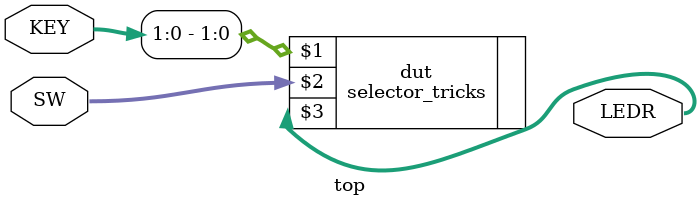
<source format=v>
module top (SW, KEY, LEDR);

    input wire [9:0] SW;        // DE-series switches
    input wire [3:0] KEY;       // DE-series pushbuttons

    output wire [9:0] LEDR;     // DE-series LEDs   

    selector_tricks dut (KEY[1:0], SW, LEDR);
 
endmodule


</source>
